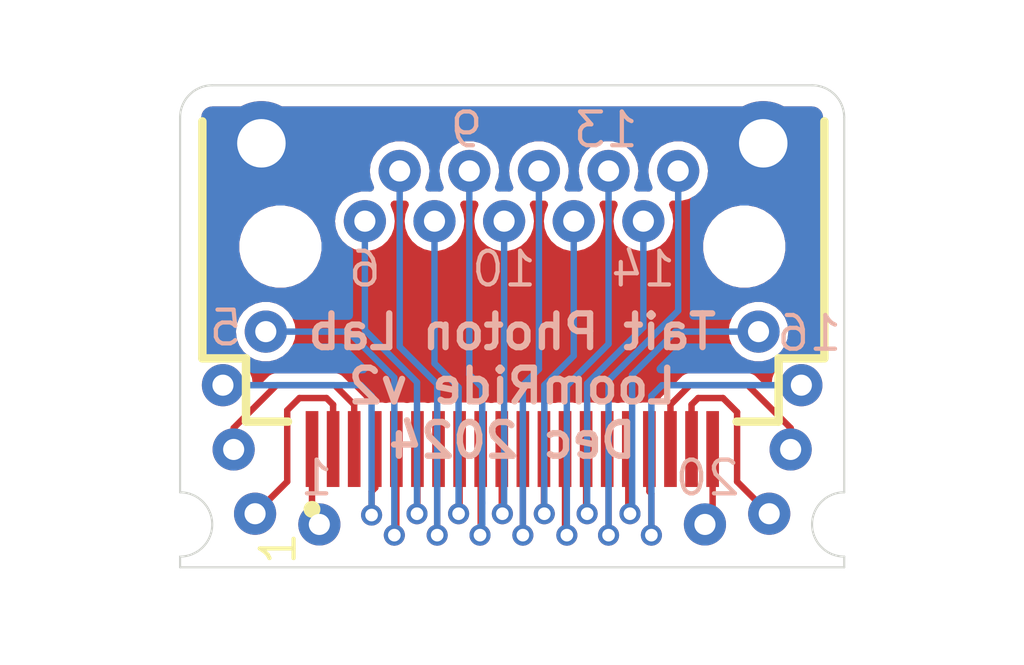
<source format=kicad_pcb>
(kicad_pcb (version 20240108) (generator "pcbnew") (generator_version "8.0")
  (layers (0 "F.Cu" signal) (31 "B.Cu" signal) (34 "B.Paste" user) (35 "F.Paste" user) (36 "B.SilkS" user "B.Silkscreen") (37 "F.SilkS" user "F.Silkscreen") (38 "B.Mask" user) (39 "F.Mask" user) (44 "Edge.Cuts" user))
  (net 0 "")
  (net 1 "GND")
  (net 2 "Net-(J1-Pin_1)")
  (net 3 "Net-(J1-Pin_3)")
  (net 4 "Net-(J1-Pin_5)")
  (net 5 "Net-(J1-Pin_7)")
  (net 6 "Net-(J1-Pin_9)")
  (net 7 "Net-(J1-Pin_11)")
  (net 8 "Net-(J1-Pin_13)")
  (net 9 "Net-(J1-Pin_15)")
  (net 10 "Net-(J1-Pin_17)")
  (net 11 "Net-(J1-Pin_19)")
  (net 12 "Net-(J1-Pin_21)")
  (net 13 "Net-(J1-Pin_23)")
  (net 14 "Net-(J1-Pin_25)")
  (net 15 "Net-(J1-Pin_27)")
  (net 16 "Net-(J1-Pin_29)")
  (net 17 "Net-(J1-Pin_31)")
  (net 18 "Net-(J1-Pin_33)")
  (net 19 "Net-(J1-Pin_35)")
  (net 20 "Net-(J1-Pin_37)")
  (net 21 "Net-(J1-Pin_39)")
  (footprint "Alex_LSHM:LSHM-120-01-L-DH-A-N" (layer "F.Cu") (at 0.004 1.626 180)
    (property "Reference" "J1" (hide yes))
    (property "Value" "Conn_02x20_Odd_Even_Shielded")
    (fp_line (start 7.35 -0.5) (end 7.35 -6.12) (stroke (width 0.2)) (layer "F.SilkS"))
    (fp_line (start 7.35 -6.12) (end 6.315 -6.12) (stroke (width 0.2)) (layer "F.SilkS"))
    (fp_line (start 6.315 -6.12) (end 6.315 -7.62) (stroke (width 0.2)) (layer "F.SilkS"))
    (fp_line (start 6.315 -7.62) (end 5.32 -7.62) (stroke (width 0.2)) (layer "F.SilkS"))
    (fp_line (start -5.32 -7.62) (end -6.315 -7.62) (stroke (width 0.2)) (layer "F.SilkS"))
    (fp_line (start -6.315 -6.12) (end -7.35 -6.12) (stroke (width 0.2)) (layer "F.SilkS"))
    (fp_line (start -6.315 -7.62) (end -6.315 -6.12) (stroke (width 0.2)) (layer "F.SilkS"))
    (fp_line (start -7.4 -0.5) (end -7.4 -6.12) (stroke (width 0.2)) (layer "F.SilkS"))
    (fp_circle (center 4.75 -9.7) (end 4.85 -9.7) (stroke (width 0.2)) (fill none) (layer "F.SilkS"))
    (pad "" np_thru_hole circle (at -5.5 -3.47 180) (size 1.45 1.45) (drill 1.45) (layers "*.Cu" "*.Mask"))
    (pad "" np_thru_hole circle (at 5.5 -3.47 180) (size 1.45 1.45) (drill 1.45) (layers "*.Cu" "*.Mask"))
    (pad "1" smd rect (at 4.75 -8.27 180) (size 0.3 1.8) (layers "F.Cu" "F.Paste" "F.Mask") (net 2 "Net-(J1-Pin_1)"))
    (pad "2" smd rect (at 4.75 -5.595 180) (size 0.3 1.63) (layers "F.Cu" "F.Paste" "F.Mask") (net 1 "GND"))
    (pad "3" smd rect (at 4.25 -8.27 180) (size 0.3 1.8) (layers "F.Cu" "F.Paste" "F.Mask") (net 3 "Net-(J1-Pin_3)"))
    (pad "4" smd rect (at 4.25 -5.595 180) (size 0.3 1.63) (layers "F.Cu" "F.Paste" "F.Mask") (net 1 "GND"))
    (pad "5" smd rect (at 3.75 -8.27 180) (size 0.3 1.8) (layers "F.Cu" "F.Paste" "F.Mask") (net 4 "Net-(J1-Pin_5)"))
    (pad "6" smd rect (at 3.75 -5.595 180) (size 0.3 1.63) (layers "F.Cu" "F.Paste" "F.Mask") (net 1 "GND"))
    (pad "7" smd rect (at 3.25 -8.27 180) (size 0.3 1.8) (layers "F.Cu" "F.Paste" "F.Mask") (net 5 "Net-(J1-Pin_7)"))
    (pad "8" smd rect (at 3.25 -5.595 180) (size 0.3 1.63) (layers "F.Cu" "F.Paste" "F.Mask") (net 1 "GND"))
    (pad "9" smd rect (at 2.75 -8.27 180) (size 0.3 1.8) (layers "F.Cu" "F.Paste" "F.Mask") (net 6 "Net-(J1-Pin_9)"))
    (pad "10" smd rect (at 2.75 -5.595 180) (size 0.3 1.63) (layers "F.Cu" "F.Paste" "F.Mask") (net 1 "GND"))
    (pad "11" smd rect (at 2.25 -8.27 180) (size 0.3 1.8) (layers "F.Cu" "F.Paste" "F.Mask") (net 7 "Net-(J1-Pin_11)"))
    (pad "12" smd rect (at 2.25 -5.595 180) (size 0.3 1.63) (layers "F.Cu" "F.Paste" "F.Mask") (net 1 "GND"))
    (pad "13" smd rect (at 1.75 -8.27 180) (size 0.3 1.8) (layers "F.Cu" "F.Paste" "F.Mask") (net 8 "Net-(J1-Pin_13)"))
    (pad "14" smd rect (at 1.75 -5.595 180) (size 0.3 1.63) (layers "F.Cu" "F.Paste" "F.Mask") (net 1 "GND"))
    (pad "15" smd rect (at 1.25 -8.27 180) (size 0.3 1.8) (layers "F.Cu" "F.Paste" "F.Mask") (net 9 "Net-(J1-Pin_15)"))
    (pad "16" smd rect (at 1.25 -5.595 180) (size 0.3 1.63) (layers "F.Cu" "F.Paste" "F.Mask") (net 1 "GND"))
    (pad "17" smd rect (at 0.75 -8.27 180) (size 0.3 1.8) (layers "F.Cu" "F.Paste" "F.Mask") (net 10 "Net-(J1-Pin_17)"))
    (pad "18" smd rect (at 0.75 -5.595 180) (size 0.3 1.63) (layers "F.Cu" "F.Paste" "F.Mask") (net 1 "GND"))
    (pad "19" smd rect (at 0.25 -8.27 180) (size 0.3 1.8) (layers "F.Cu" "F.Paste" "F.Mask") (net 11 "Net-(J1-Pin_19)"))
    (pad "20" smd rect (at 0.25 -5.595 180) (size 0.3 1.63) (layers "F.Cu" "F.Paste" "F.Mask") (net 1 "GND"))
    (pad "21" smd rect (at -0.25 -8.27 180) (size 0.3 1.8) (layers "F.Cu" "F.Paste" "F.Mask") (net 12 "Net-(J1-Pin_21)"))
    (pad "22" smd rect (at -0.25 -5.595 180) (size 0.3 1.63) (layers "F.Cu" "F.Paste" "F.Mask") (net 1 "GND"))
    (pad "23" smd rect (at -0.75 -8.27 180) (size 0.3 1.8) (layers "F.Cu" "F.Paste" "F.Mask") (net 13 "Net-(J1-Pin_23)"))
    (pad "24" smd rect (at -0.75 -5.595 180) (size 0.3 1.63) (layers "F.Cu" "F.Paste" "F.Mask") (net 1 "GND"))
    (pad "25" smd rect (at -1.25 -8.27 180) (size 0.3 1.8) (layers "F.Cu" "F.Paste" "F.Mask") (net 14 "Net-(J1-Pin_25)"))
    (pad "26" smd rect (at -1.25 -5.595 180) (size 0.3 1.63) (layers "F.Cu" "F.Paste" "F.Mask") (net 1 "GND"))
    (pad "27" smd rect (at -1.75 -8.27 180) (size 0.3 1.8) (layers "F.Cu" "F.Paste" "F.Mask") (net 15 "Net-(J1-Pin_27)"))
    (pad "28" smd rect (at -1.75 -5.595 180) (size 0.3 1.63) (layers "F.Cu" "F.Paste" "F.Mask") (net 1 "GND"))
    (pad "29" smd rect (at -2.25 -8.27 180) (size 0.3 1.8) (layers "F.Cu" "F.Paste" "F.Mask") (net 16 "Net-(J1-Pin_29)"))
    (pad "30" smd rect (at -2.25 -5.595 180) (size 0.3 1.63) (layers "F.Cu" "F.Paste" "F.Mask") (net 1 "GND"))
    (pad "31" smd rect (at -2.75 -8.27 180) (size 0.3 1.8) (layers "F.Cu" "F.Paste" "F.Mask") (net 17 "Net-(J1-Pin_31)"))
    (pad "32" smd rect (at -2.75 -5.595 180) (size 0.3 1.63) (layers "F.Cu" "F.Paste" "F.Mask") (net 1 "GND"))
    (pad "33" smd rect (at -3.25 -8.27 180) (size 0.3 1.8) (layers "F.Cu" "F.Paste" "F.Mask") (net 18 "Net-(J1-Pin_33)"))
    (pad "34" smd rect (at -3.25 -5.595 180) (size 0.3 1.63) (layers "F.Cu" "F.Paste" "F.Mask") (net 1 "GND"))
    (pad "35" smd rect (at -3.75 -8.27 180) (size 0.3 1.8) (layers "F.Cu" "F.Paste" "F.Mask") (net 19 "Net-(J1-Pin_35)"))
    (pad "36" smd rect (at -3.75 -5.595 180) (size 0.3 1.63) (layers "F.Cu" "F.Paste" "F.Mask") (net 1 "GND"))
    (pad "37" smd rect (at -4.25 -8.27 180) (size 0.3 1.8) (layers "F.Cu" "F.Paste" "F.Mask") (net 20 "Net-(J1-Pin_37)"))
    (pad "38" smd rect (at -4.25 -5.595 180) (size 0.3 1.63) (layers "F.Cu" "F.Paste" "F.Mask") (net 1 "GND"))
    (pad "39" smd rect (at -4.75 -8.27 180) (size 0.3 1.8) (layers "F.Cu" "F.Paste" "F.Mask") (net 21 "Net-(J1-Pin_39)"))
    (pad "40" smd rect (at -4.75 -5.595 180) (size 0.3 1.63) (layers "F.Cu" "F.Paste" "F.Mask") (net 1 "GND"))
    (pad "SH" thru_hole circle (at -5.95 -1.02 180) (size 2 2) (drill 1.15) (layers "*.Cu" "*.Mask") (net 1 "GND"))
    (pad "SH" thru_hole circle (at 5.95 -1.02 180) (size 2 2) (drill 1.15) (layers "*.Cu" "*.Mask") (net 1 "GND"))
  )
  (footprint "LoomRide:WirePoint" (layer "B.Cu") (at 2.286 3.302)
    (property "Reference" "TP13")
    (property "Value" "TestPoint" (hide yes))
    (pad "1" thru_hole circle (at 0 0) (size 1 1) (drill 0.5) (layers "*.Cu" "*.Mask") (net 14 "Net-(J1-Pin_25)"))
  )
  (footprint "LoomRide:WirePoint" (layer "B.Cu") (at 3.1115 4.493 180)
    (property "Reference" "TP14")
    (property "Value" "TestPoint" (hide yes))
    (pad "1" thru_hole circle (at 0 0 180) (size 1 1) (drill 0.5) (layers "*.Cu" "*.Mask") (net 15 "Net-(J1-Pin_27)"))
  )
  (footprint "LoomRide:WirePoint" (layer "B.Cu") (at -1.8415 4.493 180)
    (property "Reference" "TP8")
    (property "Value" "TestPoint" (hide yes))
    (pad "1" thru_hole circle (at 0 0 180) (size 1 1) (drill 0.5) (layers "*.Cu" "*.Mask") (net 9 "Net-(J1-Pin_15)"))
  )
  (footprint "LoomRide:WirePoint" (layer "B.Cu") (at -6.858 8.382 180)
    (property "Reference" "TP4")
    (property "Value" "TestPoint" (hide yes))
    (pad "1" thru_hole circle (at 0 0 180) (size 1 1) (drill 0.5) (layers "*.Cu" "*.Mask") (net 5 "Net-(J1-Pin_7)"))
  )
  (footprint "LoomRide:WirePoint" (layer "B.Cu") (at -1.016 3.302)
    (property "Reference" "TP9")
    (property "Value" "TestPoint" (hide yes))
    (pad "1" thru_hole circle (at 0 0) (size 1 1) (drill 0.5) (layers "*.Cu" "*.Mask") (net 10 "Net-(J1-Pin_17)"))
  )
  (footprint "LoomRide:WirePoint" (layer "B.Cu") (at 0.635 3.302)
    (property "Reference" "TP11")
    (property "Value" "TestPoint" (hide yes))
    (pad "1" thru_hole circle (at 0 0) (size 1 1) (drill 0.5) (layers "*.Cu" "*.Mask") (net 12 "Net-(J1-Pin_21)"))
  )
  (footprint "LoomRide:WirePoint" (layer "B.Cu") (at 5.842 7.112 180)
    (property "Reference" "TP16")
    (property "Value" "TestPoint" (hide yes))
    (pad "1" thru_hole circle (at 0 0 180) (size 1 1) (drill 0.5) (layers "*.Cu" "*.Mask") (net 17 "Net-(J1-Pin_31)"))
  )
  (footprint "LoomRide:WirePoint" (layer "B.Cu") (at 3.937 3.302)
    (property "Reference" "TP15")
    (property "Value" "TestPoint" (hide yes))
    (pad "1" thru_hole circle (at 0 0) (size 1 1) (drill 0.5) (layers "*.Cu" "*.Mask") (net 16 "Net-(J1-Pin_29)"))
  )
  (footprint "LoomRide:WirePoint" (layer "B.Cu") (at 4.572 11.684 180)
    (property "Reference" "TP20")
    (property "Value" "TestPoint" (hide yes))
    (pad "1" thru_hole circle (at 0 0 180) (size 1 1) (drill 0.5) (layers "*.Cu" "*.Mask") (net 21 "Net-(J1-Pin_39)"))
  )
  (footprint "LoomRide:WirePoint" (layer "B.Cu") (at -0.1905 4.493 180)
    (property "Reference" "TP10")
    (property "Value" "TestPoint" (hide yes))
    (pad "1" thru_hole circle (at 0 0 180) (size 1 1) (drill 0.5) (layers "*.Cu" "*.Mask") (net 11 "Net-(J1-Pin_19)"))
  )
  (footprint "LoomRide:WirePoint" (layer "B.Cu") (at -5.842 7.112)
    (property "Reference" "TP5")
    (property "Value" "TestPoint" (hide yes))
    (pad "1" thru_hole circle (at 0 0) (size 1 1) (drill 0.5) (layers "*.Cu" "*.Mask") (net 6 "Net-(J1-Pin_9)"))
  )
  (footprint "LoomRide:WirePoint" (layer "B.Cu") (at -6.604 9.906)
    (property "Reference" "TP3")
    (property "Value" "TestPoint" (hide yes))
    (pad "1" thru_hole circle (at 0 0) (size 1 1) (drill 0.5) (layers "*.Cu" "*.Mask") (net 4 "Net-(J1-Pin_5)"))
  )
  (footprint "LoomRide:WirePoint" (layer "B.Cu") (at 6.096 11.43)
    (property "Reference" "TP19")
    (property "Value" "TestPoint" (hide yes))
    (pad "1" thru_hole circle (at 0 0) (size 1 1) (drill 0.5) (layers "*.Cu" "*.Mask") (net 20 "Net-(J1-Pin_37)"))
  )
  (footprint "LoomRide:WirePoint" (layer "B.Cu") (at 6.604 9.906 180)
    (property "Reference" "TP18")
    (property "Value" "TestPoint" (hide yes))
    (pad "1" thru_hole circle (at 0 0 180) (size 1 1) (drill 0.5) (layers "*.Cu" "*.Mask") (net 19 "Net-(J1-Pin_35)"))
  )
  (footprint "LoomRide:WirePoint" (layer "B.Cu") (at -2.667 3.302)
    (property "Reference" "TP7")
    (property "Value" "TestPoint" (hide yes))
    (pad "1" thru_hole circle (at 0 0) (size 1 1) (drill 0.5) (layers "*.Cu" "*.Mask") (net 8 "Net-(J1-Pin_13)"))
  )
  (footprint "LoomRide:WirePoint" (layer "B.Cu") (at 1.4605 4.493 180)
    (property "Reference" "TP12")
    (property "Value" "TestPoint" (hide yes))
    (pad "1" thru_hole circle (at 0 0 180) (size 1 1) (drill 0.5) (layers "*.Cu" "*.Mask") (net 13 "Net-(J1-Pin_23)"))
  )
  (footprint "LoomRide:WirePoint" (layer "B.Cu") (at -4.572 11.684)
    (property "Reference" "TP1")
    (property "Value" "TestPoint" (hide yes))
    (pad "1" thru_hole circle (at 0 0) (size 1 1) (drill 0.5) (layers "*.Cu" "*.Mask") (net 2 "Net-(J1-Pin_1)"))
  )
  (footprint "LoomRide:WirePoint" (layer "B.Cu") (at -6.096 11.43 180)
    (property "Reference" "TP2")
    (property "Value" "TestPoint" (hide yes))
    (pad "1" thru_hole circle (at 0 0 180) (size 1 1) (drill 0.5) (layers "*.Cu" "*.Mask") (net 3 "Net-(J1-Pin_3)"))
  )
  (footprint "LoomRide:WirePoint" (layer "B.Cu") (at -3.4925 4.493 180)
    (property "Reference" "TP6")
    (property "Value" "TestPoint" (hide yes))
    (pad "1" thru_hole circle (at 0 0 180) (size 1 1) (drill 0.5) (layers "*.Cu" "*.Mask") (net 7 "Net-(J1-Pin_11)"))
  )
  (footprint "LoomRide:WirePoint" (layer "B.Cu") (at 6.858 8.382)
    (property "Reference" "TP17")
    (property "Value" "TestPoint" (hide yes))
    (pad "1" thru_hole circle (at 0 0) (size 1 1) (drill 0.5) (layers "*.Cu" "*.Mask") (net 18 "Net-(J1-Pin_33)"))
  )
  (gr_line (start -7.874 12.7) (end -7.874 12.446) (stroke (width 0.05)) (layer "Edge.Cuts"))
  (gr_line (start 7.874 2.031999) (end 7.874 10.922) (stroke (width 0.05)) (layer "Edge.Cuts"))
  (gr_line (start -7.112 1.27) (end 7.112 1.27) (stroke (width 0.05)) (layer "Edge.Cuts"))
  (gr_line (start -7.874 12.7) (end 7.874 12.7) (stroke (width 0.05)) (layer "Edge.Cuts"))
  (gr_arc (start -7.874 10.922) (mid -7.112 11.684) (end -7.874 12.446) (stroke (width 0.05)) (layer "Edge.Cuts"))
  (gr_line (start -7.874 10.922) (end -7.873999 2.032) (stroke (width 0.05)) (layer "Edge.Cuts"))
  (gr_line (start 7.874 12.446) (end 7.874 12.7) (stroke (width 0.05)) (layer "Edge.Cuts"))
  (gr_arc (start 7.874 12.446) (mid 7.112 11.684) (end 7.874 10.922) (stroke (width 0.05)) (layer "Edge.Cuts"))
  (gr_arc (start 7.112 1.27) (mid 7.650815 1.493184) (end 7.874 2.031999) (stroke (width 0.05)) (layer "Edge.Cuts"))
  (gr_arc (start -7.873999 2.032) (mid -7.650815 1.493185) (end -7.112 1.27) (stroke (width 0.05)) (layer "Edge.Cuts"))
  (gr_text "6" (at -3.048 6.096 0) (layer "B.SilkS") (effects (font (size 0.8 0.8) (thickness 0.1)) (justify left bottom mirror)))
  (gr_text "Tait Photon Lab\nLoomRide v2\nDec 2024" (at 0 10.16 0) (layer "B.SilkS") (effects (font (size 0.8 0.8)) (justify bottom mirror)))
  (gr_text "20" (at 5.461 11.049 0) (layer "B.SilkS") (effects (font (size 0.8 0.8) (thickness 0.1)) (justify left bottom mirror)))
  (gr_text "5" (at -6.35 7.493 0) (layer "B.SilkS") (effects (font (size 0.8 0.8) (thickness 0.1)) (justify left bottom mirror)))
  (gr_text "16" (at 7.874 7.62 0) (layer "B.SilkS") (effects (font (size 0.8 0.8) (thickness 0.1)) (justify left bottom mirror)))
  (gr_text "9" (at -0.635 2.794 0) (layer "B.SilkS") (effects (font (size 0.8 0.8) (thickness 0.1)) (justify left bottom mirror)))
  (gr_text "13" (at 3.048 2.794 0) (layer "B.SilkS") (effects (font (size 0.8 0.8) (thickness 0.1)) (justify left bottom mirror)))
  (gr_text "14" (at 3.937 6.096 0) (layer "B.SilkS") (effects (font (size 0.8 0.8) (thickness 0.1)) (justify left bottom mirror)))
  (gr_text "1" (at -4.191 11.049 0) (layer "B.SilkS") (effects (font (size 0.8 0.8) (thickness 0.1)) (justify left bottom mirror)))
  (gr_text "10" (at 0.635 6.096 0) (layer "B.SilkS") (effects (font (size 0.8 0.8) (thickness 0.1)) (justify left bottom mirror)))
  (gr_text "1" (at -5.08 12.7 90) (layer "F.SilkS") (effects (font (size 0.8 0.8) (thickness 0.1)) (justify left bottom)))
  (segment (start 4.754 7.231) (end -4.746 7.231) (width 0.508) (layer "F.Cu") (net 1))
  (segment (start -4.746 11.51) (end -4.572 11.684) (width 0.1524) (layer "F.Cu") (net 2))
  (segment (start -4.746 9.896) (end -4.746 11.51) (width 0.1524) (layer "F.Cu") (net 2))
  (segment (start -5.044 8.6868) (end -5.334 8.9768) (width 0.1524) (layer "F.Cu") (net 3))
  (segment (start -4.246 9.896) (end -4.246 8.8436) (width 0.1524) (layer "F.Cu") (net 3))
  (segment (start -5.334 10.668) (end -6.096 11.43) (width 0.1524) (layer "F.Cu") (net 3))
  (segment (start -4.4028 8.6868) (end -5.044 8.6868) (width 0.1524) (layer "F.Cu") (net 3))
  (segment (start -5.334 8.9768) (end -5.334 10.668) (width 0.1524) (layer "F.Cu") (net 3))
  (segment (start -4.246 8.8436) (end -4.4028 8.6868) (width 0.1524) (layer "F.Cu") (net 3))
  (segment (start -6.604 9.398) (end -6.604 9.906) (width 0.1524) (layer "F.Cu") (net 4))
  (segment (start -3.746 9.896) (end -3.746 8.8436) (width 0.1524) (layer "F.Cu") (net 4))
  (segment (start -3.746 8.8436) (end -4.2076 8.382) (width 0.1524) (layer "F.Cu") (net 4))
  (segment (start -5.588 8.382) (end -6.604 9.398) (width 0.1524) (layer "F.Cu") (net 4))
  (segment (start -4.2076 8.382) (end -5.588 8.382) (width 0.1524) (layer "F.Cu") (net 4))
  (segment (start -3.333248 11.461248) (end -3.333248 10.900378) (width 0.1524) (layer "F.Cu") (net 5))
  (segment (start -3.333248 10.900378) (end -3.246 10.81313) (width 0.1524) (layer "F.Cu") (net 5))
  (segment (start -3.246 10.81313) (end -3.246 9.896) (width 0.1524) (layer "F.Cu") (net 5))
  (via (at -3.333248 11.461248) (size 0.5) (drill 0.3) (layers "F.Cu" "B.Cu") (net 5))
  (segment (start -3.333248 8.636) (end -3.587248 8.382) (width 0.1524) (layer "B.Cu") (net 5))
  (segment (start -3.333248 11.461248) (end -3.333248 8.636) (width 0.1524) (layer "B.Cu") (net 5))
  (segment (start -3.587248 8.382) (end -6.858 8.382) (width 0.1524) (layer "B.Cu") (net 5))
  (segment (start -2.794 11.938) (end -2.746 11.89) (width 0.1524) (layer "F.Cu") (net 6))
  (segment (start -2.746 11.89) (end -2.746 9.896) (width 0.1524) (layer "F.Cu") (net 6))
  (via (at -2.794 11.938) (size 0.5) (drill 0.3) (layers "F.Cu" "B.Cu") (net 6))
  (segment (start -2.794 11.938) (end -2.794 8.204948) (width 0.1524) (layer "B.Cu") (net 6))
  (segment (start -2.794 8.204948) (end -3.886948 7.112) (width 0.1524) (layer "B.Cu") (net 6))
  (segment (start -3.886948 7.112) (end -5.842 7.112) (width 0.1524) (layer "B.Cu") (net 6))
  (segment (start -2.246 11.4194) (end -2.246 9.896) (width 0.1524) (layer "F.Cu") (net 7))
  (segment (start -2.2566 11.43) (end -2.246 11.4194) (width 0.1524) (layer "F.Cu") (net 7))
  (via (at -2.2566 11.43) (size 0.5) (drill 0.3) (layers "F.Cu" "B.Cu") (net 7))
  (segment (start -2.2566 8.311296) (end -3.4925 7.075396) (width 0.1524) (layer "B.Cu") (net 7))
  (segment (start -2.2566 11.43) (end -2.2566 8.311296) (width 0.1524) (layer "B.Cu") (net 7))
  (segment (start -3.4925 7.075396) (end -3.4925 4.493) (width 0.1524) (layer "B.Cu") (net 7))
  (segment (start -1.778 9.928) (end -1.746 9.896) (width 0.1524) (layer "F.Cu") (net 8))
  (segment (start -1.778 11.938) (end -1.778 9.928) (width 0.1524) (layer "F.Cu") (net 8))
  (via (at -1.778 11.938) (size 0.5) (drill 0.3) (layers "F.Cu" "B.Cu") (net 8))
  (segment (start -1.778 8.358844) (end -2.667 7.469844) (width 0.1524) (layer "B.Cu") (net 8))
  (segment (start -1.778 11.938) (end -1.778 8.358844) (width 0.1524) (layer "B.Cu") (net 8))
  (segment (start -2.667 7.469844) (end -2.667 3.302) (width 0.1524) (layer "B.Cu") (net 8))
  (segment (start -1.246 11.406) (end -1.27 11.43) (width 0.1524) (layer "F.Cu") (net 9))
  (segment (start -1.246 9.896) (end -1.246 11.406) (width 0.1524) (layer "F.Cu") (net 9))
  (via (at -1.27 11.43) (size 0.5) (drill 0.3) (layers "F.Cu" "B.Cu") (net 9))
  (segment (start -1.8415 4.493) (end -1.8415 7.864292) (width 0.1524) (layer "B.Cu") (net 9))
  (segment (start -1.27 8.435792) (end -1.27 11.43) (width 0.1524) (layer "B.Cu") (net 9))
  (segment (start -1.8415 7.864292) (end -1.27 8.435792) (width 0.1524) (layer "B.Cu") (net 9))
  (segment (start -0.746 11.922) (end -0.746 9.896) (width 0.1524) (layer "F.Cu") (net 10))
  (segment (start -0.762 11.938) (end -0.746 11.922) (width 0.1524) (layer "F.Cu") (net 10))
  (via (at -0.762 11.938) (size 0.5) (drill 0.3) (layers "F.Cu" "B.Cu") (net 10))
  (segment (start -0.710165 11.685035) (end -0.710165 11.174965) (width 0.1524) (layer "B.Cu") (net 10))
  (segment (start -0.762 11.938) (end -0.762 11.73687) (width 0.1524) (layer "B.Cu") (net 10))
  (segment (start -0.762 11.73687) (end -0.710165 11.685035) (width 0.1524) (layer "B.Cu") (net 10))
  (segment (start -0.710165 11.174965) (end -0.710165 8.433835) (width 0.1524) (layer "B.Cu") (net 10))
  (segment (start -0.710165 8.433835) (end -1.016 8.128) (width 0.1524) (layer "B.Cu") (net 10))
  (segment (start -1.016 8.128) (end -1.016 3.302) (width 0.1524) (layer "B.Cu") (net 10))
  (segment (start -0.231565 11.43) (end -0.246 11.415565) (width 0.1524) (layer "F.Cu") (net 11))
  (segment (start -0.246 11.415565) (end -0.246 9.896) (width 0.1524) (layer "F.Cu") (net 11))
  (via (at -0.231565 11.43) (size 0.5) (drill 0.3) (layers "F.Cu" "B.Cu") (net 11))
  (segment (start -0.231565 11.43) (end -0.242383 11.419182) (width 0.1524) (layer "B.Cu") (net 11))
  (segment (start -0.242383 11.419182) (end -0.1905 11.367299) (width 0.1524) (layer "B.Cu") (net 11))
  (segment (start -0.1905 11.367299) (end -0.1905 4.493) (width 0.1524) (layer "B.Cu") (net 11))
  (segment (start 0.254 11.938) (end 0.254 9.896) (width 0.1524) (layer "F.Cu") (net 12))
  (via (at 0.254 11.938) (size 0.5) (drill 0.3) (layers "F.Cu" "B.Cu") (net 12))
  (segment (start 0.254 8.382) (end 0.635 8.001) (width 0.1524) (layer "B.Cu") (net 12))
  (segment (start 0.254 11.938) (end 0.254 8.382) (width 0.1524) (layer "B.Cu") (net 12))
  (segment (start 0.635 8.001) (end 0.635 3.302) (width 0.1524) (layer "B.Cu") (net 12))
  (segment (start 0.754 11.422) (end 0.762021 11.430021) (width 0.1524) (layer "F.Cu") (net 13))
  (segment (start 0.754 9.896) (end 0.754 11.422) (width 0.1524) (layer "F.Cu") (net 13))
  (via (at 0.762021 11.430021) (size 0.5) (drill 0.3) (layers "F.Cu" "B.Cu") (net 13))
  (segment (start 1.4605 4.493) (end 1.4605 7.6835) (width 0.1524) (layer "B.Cu") (net 13))
  (segment (start 0.762 8.382) (end 0.762 11.43) (width 0.1524) (layer "B.Cu") (net 13))
  (segment (start 1.4605 7.6835) (end 0.762 8.382) (width 0.1524) (layer "B.Cu") (net 13))
  (segment (start 0.762 11.43) (end 0.762021 11.430021) (width 0.1524) (layer "B.Cu") (net 13))
  (segment (start 1.296915 11.938) (end 1.254 11.895085) (width 0.1524) (layer "F.Cu") (net 14))
  (segment (start 1.254 11.895085) (end 1.254 9.896) (width 0.1524) (layer "F.Cu") (net 14))
  (via (at 1.296915 11.938) (size 0.5) (drill 0.3) (layers "F.Cu" "B.Cu") (net 14))
  (segment (start 1.296915 11.938) (end 1.296915 8.393559) (width 0.1524) (layer "B.Cu") (net 14))
  (segment (start 1.296915 8.393559) (end 2.286 7.404474) (width 0.1524) (layer "B.Cu") (net 14))
  (segment (start 2.286 7.404474) (end 2.286 3.302) (width 0.1524) (layer "B.Cu") (net 14))
  (segment (start 1.77799 11.43) (end 1.754 11.40601) (width 0.1524) (layer "F.Cu") (net 15))
  (segment (start 1.754 11.40601) (end 1.754 9.896) (width 0.1524) (layer "F.Cu") (net 15))
  (via (at 1.77799 11.43) (size 0.5) (drill 0.3) (layers "F.Cu" "B.Cu") (net 15))
  (segment (start 3.1115 7.010026) (end 3.1115 4.493) (width 0.1524) (layer "B.Cu") (net 15))
  (segment (start 1.77799 11.43) (end 1.77799 8.343536) (width 0.1524) (layer "B.Cu") (net 15))
  (segment (start 1.77799 8.343536) (end 3.1115 7.010026) (width 0.1524) (layer "B.Cu") (net 15))
  (segment (start 2.286 9.928) (end 2.254 9.896) (width 0.1524) (layer "F.Cu") (net 16))
  (segment (start 2.286 11.938) (end 2.286 9.928) (width 0.1524) (layer "F.Cu") (net 16))
  (via (at 2.286 11.938) (size 0.5) (drill 0.3) (layers "F.Cu" "B.Cu") (net 16))
  (segment (start 2.286 11.938) (end 2.286 8.266578) (width 0.1524) (layer "B.Cu") (net 16))
  (segment (start 3.937 6.615578) (end 3.937 3.302) (width 0.1524) (layer "B.Cu") (net 16))
  (segment (start 2.286 8.266578) (end 3.937 6.615578) (width 0.1524) (layer "B.Cu") (net 16))
  (segment (start 2.754 11.39) (end 2.754 9.896) (width 0.1524) (layer "F.Cu") (net 17))
  (segment (start 2.794 11.43) (end 2.754 11.39) (width 0.1524) (layer "F.Cu") (net 17))
  (via (at 2.794 11.43) (size 0.5) (drill 0.3) (layers "F.Cu" "B.Cu") (net 17))
  (segment (start 3.87163 7.112) (end 5.842 7.112) (width 0.1524) (layer "B.Cu") (net 17))
  (segment (start 2.8448 8.13883) (end 3.87163 7.112) (width 0.1524) (layer "B.Cu") (net 17))
  (segment (start 2.794 11.43) (end 2.8448 11.3792) (width 0.1524) (layer "B.Cu") (net 17))
  (segment (start 2.8448 11.3792) (end 2.8448 8.13883) (width 0.1524) (layer "B.Cu") (net 17))
  (segment (start 3.254 10.9032) (end 3.254 9.896) (width 0.1524) (layer "F.Cu") (net 18))
  (segment (start 3.302 11.938) (end 3.302 10.9512) (width 0.1524) (layer "F.Cu") (net 18))
  (segment (start 3.302 10.9512) (end 3.254 10.9032) (width 0.1524) (layer "F.Cu") (net 18))
  (via (at 3.302 11.938) (size 0.5) (drill 0.3) (layers "F.Cu" "B.Cu") (net 18))
  (segment (start 3.302 8.636) (end 3.556 8.382) (width 0.1524) (layer "B.Cu") (net 18))
  (segment (start 3.556 8.382) (end 6.858 8.382) (width 0.1524) (layer "B.Cu") (net 18))
  (segment (start 3.302 11.938) (end 3.302 8.636) (width 0.1524) (layer "B.Cu") (net 18))
  (segment (start 6.604 9.398) (end 6.604 9.906) (width 0.1524) (layer "F.Cu") (net 19))
  (segment (start 3.754 9.896) (end 3.754 8.8436) (width 0.1524) (layer "F.Cu") (net 19))
  (segment (start 4.2156 8.382) (end 5.588 8.382) (width 0.1524) (layer "F.Cu") (net 19))
  (segment (start 5.588 8.382) (end 6.604 9.398) (width 0.1524) (layer "F.Cu") (net 19))
  (segment (start 3.754 8.8436) (end 4.2156 8.382) (width 0.1524) (layer "F.Cu") (net 19))
  (segment (start 6.096 11.43) (end 5.334 10.668) (width 0.1524) (layer "F.Cu") (net 20))
  (segment (start 5.334 10.668) (end 5.334 9.0214) (width 0.1524) (layer "F.Cu") (net 20))
  (segment (start 4.4108 8.6868) (end 4.254 8.8436) (width 0.1524) (layer "F.Cu") (net 20))
  (segment (start 4.9994 8.6868) (end 4.4108 8.6868) (width 0.1524) (layer "F.Cu") (net 20))
  (segment (start 5.334 9.0214) (end 4.9994 8.6868) (width 0.1524) (layer "F.Cu") (net 20))
  (segment (start 4.254 8.8436) (end 4.254 9.896) (width 0.1524) (layer "F.Cu") (net 20))
  (segment (start 4.754 11.502) (end 4.572 11.684) (width 0.1524) (layer "F.Cu") (net 21))
  (segment (start 4.754 9.896) (end 4.754 11.502) (width 0.1524) (layer "F.Cu") (net 21))
  (zone (net 1) (net_name "GND") (layers "F&B.Cu") (connect_pads yes (clearance 0.2032)) (min_thickness 0.2032) (fill yes (thermal_gap 0.5) (thermal_bridge_width 0.5) (island_removal_mode 2) (island_area_min 9.999999))
    (polygon (pts (xy -10.16 0.635) (xy 10.16 0.635) (xy 10.16 13.589) (xy -10.16 13.589)))
  )
)
</source>
